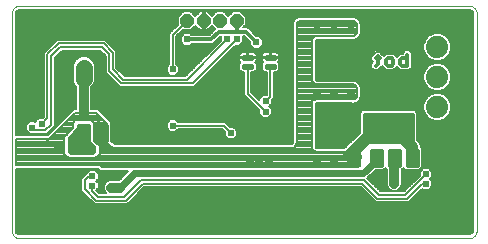
<source format=gbl>
G75*
%MOIN*%
%OFA0B0*%
%FSLAX24Y24*%
%IPPOS*%
%LPD*%
%AMOC8*
5,1,8,0,0,1.08239X$1,22.5*
%
%ADD10C,0.0130*%
%ADD11C,0.0000*%
%ADD12C,0.0740*%
%ADD13OC8,0.0440*%
%ADD14C,0.0101*%
%ADD15C,0.0100*%
%ADD16C,0.0060*%
%ADD17C,0.0277*%
%ADD18C,0.0240*%
%ADD19C,0.0080*%
%ADD20C,0.0356*%
%ADD21C,0.0320*%
%ADD22C,0.0560*%
%ADD23C,0.0400*%
%ADD24C,0.0120*%
%ADD25C,0.0240*%
D10*
X012316Y005990D02*
X012377Y006052D01*
X012377Y006299D01*
X012316Y006237D02*
X012439Y006237D01*
X012653Y006175D02*
X012653Y006052D01*
X012714Y005990D01*
X012838Y005990D01*
X012900Y006052D01*
X012900Y006175D01*
X012838Y006237D01*
X012714Y006237D01*
X012653Y006175D01*
X013113Y006175D02*
X013113Y006052D01*
X013175Y005990D01*
X013360Y005990D01*
X013360Y006360D01*
X013360Y006237D02*
X013175Y006237D01*
X013113Y006175D01*
D11*
X015425Y000238D02*
X000425Y000238D01*
X000395Y000240D01*
X000365Y000245D01*
X000336Y000254D01*
X000309Y000267D01*
X000283Y000282D01*
X000259Y000301D01*
X000238Y000322D01*
X000219Y000346D01*
X000204Y000372D01*
X000191Y000399D01*
X000182Y000428D01*
X000177Y000458D01*
X000175Y000488D01*
X000175Y007738D01*
X000177Y007768D01*
X000182Y007798D01*
X000191Y007827D01*
X000204Y007854D01*
X000219Y007880D01*
X000238Y007904D01*
X000259Y007925D01*
X000283Y007944D01*
X000309Y007959D01*
X000336Y007972D01*
X000365Y007981D01*
X000395Y007986D01*
X000425Y007988D01*
X015425Y007988D01*
X015455Y007986D01*
X015485Y007981D01*
X015514Y007972D01*
X015541Y007959D01*
X015567Y007944D01*
X015591Y007925D01*
X015612Y007904D01*
X015631Y007880D01*
X015646Y007854D01*
X015659Y007827D01*
X015668Y007798D01*
X015673Y007768D01*
X015675Y007738D01*
X015675Y000488D01*
X015673Y000458D01*
X015668Y000428D01*
X015659Y000399D01*
X015646Y000372D01*
X015631Y000346D01*
X015612Y000322D01*
X015591Y000301D01*
X015567Y000282D01*
X015541Y000267D01*
X015514Y000254D01*
X015485Y000245D01*
X015455Y000240D01*
X015425Y000238D01*
D12*
X014363Y004613D03*
X014363Y005613D03*
X014363Y006613D03*
D13*
X007675Y007488D03*
X007125Y007488D03*
X006575Y007488D03*
X006025Y007488D03*
D14*
X003343Y004003D02*
X002983Y004003D01*
X003343Y004003D02*
X003343Y003473D01*
X002983Y003473D01*
X002983Y004003D01*
X002983Y003573D02*
X003343Y003573D01*
X003343Y003673D02*
X002983Y003673D01*
X002983Y003773D02*
X003343Y003773D01*
X003343Y003873D02*
X002983Y003873D01*
X002983Y003973D02*
X003343Y003973D01*
X002743Y004003D02*
X002383Y004003D01*
X002743Y004003D02*
X002743Y003473D01*
X002383Y003473D01*
X002383Y004003D01*
X002383Y003573D02*
X002743Y003573D01*
X002743Y003673D02*
X002383Y003673D01*
X002383Y003773D02*
X002743Y003773D01*
X002743Y003873D02*
X002383Y003873D01*
X002383Y003973D02*
X002743Y003973D01*
X012145Y002660D02*
X012505Y002660D01*
X012145Y002660D02*
X012145Y003190D01*
X012505Y003190D01*
X012505Y002660D01*
X012505Y002760D02*
X012145Y002760D01*
X012145Y002860D02*
X012505Y002860D01*
X012505Y002960D02*
X012145Y002960D01*
X012145Y003060D02*
X012505Y003060D01*
X012505Y003160D02*
X012145Y003160D01*
X012745Y002660D02*
X013105Y002660D01*
X012745Y002660D02*
X012745Y003190D01*
X013105Y003190D01*
X013105Y002660D01*
X013105Y002760D02*
X012745Y002760D01*
X012745Y002860D02*
X013105Y002860D01*
X013105Y002960D02*
X012745Y002960D01*
X012745Y003060D02*
X013105Y003060D01*
X013105Y003160D02*
X012745Y003160D01*
X013345Y002660D02*
X013705Y002660D01*
X013345Y002660D02*
X013345Y003190D01*
X013705Y003190D01*
X013705Y002660D01*
X013705Y002760D02*
X013345Y002760D01*
X013345Y002860D02*
X013705Y002860D01*
X013705Y002960D02*
X013345Y002960D01*
X013345Y003060D02*
X013705Y003060D01*
X013705Y003160D02*
X013345Y003160D01*
D15*
X013550Y003456D02*
X011925Y003456D01*
X011925Y004363D01*
X013550Y004363D01*
X013550Y003456D01*
X013550Y003488D02*
X011925Y003488D01*
X011925Y003587D02*
X013550Y003587D01*
X013550Y003685D02*
X011925Y003685D01*
X011925Y003784D02*
X013550Y003784D01*
X013550Y003882D02*
X011925Y003882D01*
X011925Y003981D02*
X013550Y003981D01*
X013550Y004079D02*
X011925Y004079D01*
X011925Y004178D02*
X013550Y004178D01*
X013550Y004276D02*
X011925Y004276D01*
X008950Y005913D02*
X008950Y006013D01*
X008950Y005913D02*
X008650Y005913D01*
X008650Y006013D01*
X008950Y006013D01*
X008950Y006012D02*
X008650Y006012D01*
X008950Y006213D02*
X008950Y006313D01*
X008950Y006213D02*
X008650Y006213D01*
X008650Y006313D01*
X008950Y006313D01*
X008950Y006312D02*
X008650Y006312D01*
X008200Y006313D02*
X008200Y006213D01*
X007900Y006213D01*
X007900Y006313D01*
X008200Y006313D01*
X008200Y006312D02*
X007900Y006312D01*
X008200Y006013D02*
X008200Y005913D01*
X007900Y005913D01*
X007900Y006013D01*
X008200Y006013D01*
X008200Y006012D02*
X007900Y006012D01*
D16*
X007802Y006113D02*
X007760Y006070D01*
X007760Y005855D01*
X007842Y005773D01*
X007930Y005773D01*
X007930Y005000D01*
X008000Y004930D01*
X008434Y004497D01*
X008434Y004369D01*
X008557Y004246D01*
X008731Y004246D01*
X008854Y004369D01*
X008854Y004543D01*
X008769Y004628D01*
X008854Y004713D01*
X008854Y004840D01*
X008920Y004907D01*
X008920Y005773D01*
X009008Y005773D01*
X009090Y005855D01*
X009090Y006070D01*
X009048Y006113D01*
X009062Y006127D01*
X009080Y006158D01*
X009090Y006194D01*
X009090Y006242D01*
X008820Y006242D01*
X008820Y006283D01*
X008780Y006283D01*
X008780Y006452D01*
X008632Y006452D01*
X008596Y006443D01*
X008564Y006425D01*
X008538Y006398D01*
X008520Y006367D01*
X008510Y006331D01*
X008510Y006283D01*
X008780Y006283D01*
X008780Y006242D01*
X008510Y006242D01*
X008510Y006194D01*
X008520Y006158D01*
X008538Y006127D01*
X008552Y006113D01*
X008510Y006070D01*
X008510Y005855D01*
X008592Y005773D01*
X008680Y005773D01*
X008680Y005010D01*
X008557Y005010D01*
X008434Y004887D01*
X008434Y004836D01*
X008170Y005100D01*
X008170Y005773D01*
X008258Y005773D01*
X008340Y005855D01*
X008340Y006070D01*
X008298Y006113D01*
X008312Y006127D01*
X008330Y006158D01*
X008340Y006194D01*
X008340Y006242D01*
X008070Y006242D01*
X008070Y006283D01*
X008030Y006283D01*
X008030Y006452D01*
X007882Y006452D01*
X007846Y006443D01*
X007814Y006425D01*
X007788Y006398D01*
X007770Y006367D01*
X007760Y006331D01*
X007760Y006283D01*
X008030Y006283D01*
X008030Y006242D01*
X007760Y006242D01*
X007760Y006194D01*
X007770Y006158D01*
X007788Y006127D01*
X007802Y006113D01*
X007777Y006088D02*
X007070Y006088D01*
X007128Y006146D02*
X007777Y006146D01*
X007760Y006205D02*
X007187Y006205D01*
X007245Y006263D02*
X008030Y006263D01*
X008070Y006263D02*
X008780Y006263D01*
X008820Y006263D02*
X009545Y006263D01*
X009545Y006205D02*
X009090Y006205D01*
X009073Y006146D02*
X009545Y006146D01*
X009545Y006088D02*
X009073Y006088D01*
X009090Y006029D02*
X009545Y006029D01*
X009545Y005971D02*
X009090Y005971D01*
X009090Y005912D02*
X009545Y005912D01*
X009545Y005854D02*
X009089Y005854D01*
X009031Y005795D02*
X009545Y005795D01*
X009545Y005737D02*
X008920Y005737D01*
X008920Y005678D02*
X009545Y005678D01*
X009545Y005620D02*
X008920Y005620D01*
X008920Y005561D02*
X009545Y005561D01*
X009545Y005503D02*
X008920Y005503D01*
X008920Y005444D02*
X009545Y005444D01*
X009545Y005386D02*
X008920Y005386D01*
X008920Y005327D02*
X009545Y005327D01*
X009545Y005269D02*
X008920Y005269D01*
X008920Y005210D02*
X009545Y005210D01*
X009545Y005152D02*
X008920Y005152D01*
X008920Y005093D02*
X009545Y005093D01*
X009545Y005035D02*
X008920Y005035D01*
X008920Y004976D02*
X009545Y004976D01*
X009545Y004918D02*
X008920Y004918D01*
X008872Y004859D02*
X009545Y004859D01*
X009545Y004801D02*
X008854Y004801D01*
X008854Y004742D02*
X009545Y004742D01*
X009545Y004684D02*
X008824Y004684D01*
X008772Y004625D02*
X009545Y004625D01*
X009545Y004567D02*
X008830Y004567D01*
X008854Y004508D02*
X009545Y004508D01*
X009545Y004450D02*
X008854Y004450D01*
X008854Y004391D02*
X009545Y004391D01*
X009545Y004333D02*
X008817Y004333D01*
X008759Y004274D02*
X009545Y004274D01*
X009545Y004216D02*
X003381Y004216D01*
X003416Y004180D02*
X003117Y004479D01*
X003041Y004555D01*
X002831Y004555D01*
X002831Y005277D01*
X002895Y005340D01*
X002951Y005476D01*
X002951Y005999D01*
X002895Y006135D01*
X002791Y006239D01*
X002655Y006295D01*
X002508Y006295D01*
X002372Y006239D01*
X002268Y006135D01*
X002211Y005999D01*
X002211Y005476D01*
X002268Y005340D01*
X002331Y005277D01*
X002331Y004555D01*
X002246Y004555D01*
X001371Y003680D01*
X000305Y003680D01*
X000305Y007737D01*
X000309Y007769D01*
X000340Y007822D01*
X000394Y007853D01*
X000425Y007858D01*
X015425Y007858D01*
X015456Y007853D01*
X015510Y007822D01*
X015541Y007769D01*
X015545Y007738D01*
X015545Y000487D01*
X015541Y000456D01*
X015510Y000403D01*
X015456Y000372D01*
X015425Y000367D01*
X000425Y000367D01*
X000394Y000372D01*
X000340Y000403D01*
X000309Y000456D01*
X000305Y000488D01*
X000305Y002545D01*
X003059Y002545D01*
X003121Y002483D01*
X004061Y002483D01*
X003753Y002175D01*
X003438Y002175D01*
X003346Y002137D01*
X003276Y002067D01*
X003238Y001975D01*
X003238Y001875D01*
X003276Y001783D01*
X003326Y001732D01*
X003100Y001732D01*
X003002Y001830D01*
X003072Y001901D01*
X003072Y002074D01*
X003003Y002144D01*
X003072Y002213D01*
X003072Y002387D01*
X002949Y002510D01*
X002776Y002510D01*
X002653Y002387D01*
X002653Y002385D01*
X002618Y002350D01*
X002493Y002225D01*
X002493Y001813D01*
X002563Y001743D01*
X002938Y001368D01*
X004037Y001368D01*
X004107Y001438D01*
X004600Y001930D01*
X011813Y001930D01*
X012243Y001500D01*
X012313Y001430D01*
X013412Y001430D01*
X013861Y001879D01*
X013901Y001840D01*
X014074Y001840D01*
X014197Y001963D01*
X014197Y002137D01*
X014128Y002206D01*
X014197Y002276D01*
X014197Y002449D01*
X014074Y002572D01*
X013901Y002572D01*
X013778Y002449D01*
X013778Y002322D01*
X013250Y001795D01*
X012475Y001795D01*
X012045Y002225D01*
X012033Y002236D01*
X012317Y002520D01*
X012563Y002520D01*
X012625Y002582D01*
X012675Y002532D01*
X012675Y002000D01*
X012713Y001908D01*
X012783Y001838D01*
X012875Y001800D01*
X012975Y001800D01*
X013067Y001838D01*
X013137Y001908D01*
X013175Y002000D01*
X013175Y002532D01*
X013225Y002582D01*
X013287Y002520D01*
X013763Y002520D01*
X013845Y002602D01*
X013845Y003248D01*
X013815Y003278D01*
X013815Y003320D01*
X013771Y003427D01*
X013690Y003508D01*
X013690Y004420D01*
X013608Y004502D01*
X011867Y004502D01*
X011785Y004420D01*
X011785Y003758D01*
X011270Y003242D01*
X010370Y003242D01*
X010350Y003245D01*
X010338Y003249D01*
X010327Y003256D01*
X010318Y003265D01*
X010311Y003275D01*
X010307Y003287D01*
X010305Y003307D01*
X010305Y004730D01*
X010305Y004732D01*
X010307Y004733D01*
X011505Y004733D01*
X011511Y004727D01*
X011555Y004732D01*
X011570Y004725D01*
X011591Y004733D01*
X011604Y004733D01*
X011610Y004738D01*
X011615Y004739D01*
X011628Y004736D01*
X011636Y004741D01*
X011646Y004742D01*
X011654Y004753D01*
X011661Y004757D01*
X011669Y004760D01*
X011682Y004760D01*
X011689Y004767D01*
X011698Y004770D01*
X011704Y004782D01*
X011710Y004787D01*
X011717Y004792D01*
X011729Y004795D01*
X011734Y004803D01*
X011743Y004808D01*
X011746Y004821D01*
X011750Y004828D01*
X011756Y004834D01*
X011768Y004839D01*
X011771Y004849D01*
X011778Y004856D01*
X011778Y004869D01*
X011780Y004876D01*
X011785Y004884D01*
X011795Y004892D01*
X011796Y004901D01*
X011801Y004910D01*
X011798Y004922D01*
X011799Y004928D01*
X011805Y004934D01*
X011805Y004947D01*
X011812Y004968D01*
X011805Y004982D01*
X011810Y005026D01*
X011805Y005033D01*
X011805Y005192D01*
X011810Y005199D01*
X011805Y005243D01*
X011812Y005257D01*
X011805Y005278D01*
X011805Y005291D01*
X011799Y005297D01*
X011798Y005303D01*
X011801Y005315D01*
X011796Y005324D01*
X011795Y005333D01*
X011785Y005341D01*
X011780Y005348D01*
X011778Y005356D01*
X011778Y005369D01*
X011771Y005376D01*
X011768Y005385D01*
X011756Y005391D01*
X011750Y005397D01*
X011746Y005404D01*
X011743Y005417D01*
X011734Y005422D01*
X011729Y005430D01*
X011717Y005433D01*
X011710Y005438D01*
X011704Y005443D01*
X011698Y005455D01*
X011689Y005458D01*
X011682Y005465D01*
X011669Y005465D01*
X011661Y005468D01*
X011654Y005472D01*
X011646Y005483D01*
X011636Y005484D01*
X011628Y005489D01*
X011615Y005486D01*
X011610Y005487D01*
X011604Y005492D01*
X011591Y005492D01*
X011570Y005500D01*
X011555Y005493D01*
X011511Y005498D01*
X011505Y005492D01*
X010370Y005492D01*
X010350Y005495D01*
X010338Y005499D01*
X010327Y005506D01*
X010318Y005515D01*
X010311Y005525D01*
X010307Y005537D01*
X010305Y005557D01*
X010305Y006793D01*
X010307Y006813D01*
X010311Y006825D01*
X010318Y006835D01*
X010327Y006844D01*
X010338Y006851D01*
X010350Y006855D01*
X010370Y006858D01*
X011505Y006858D01*
X011511Y006852D01*
X011555Y006857D01*
X011570Y006850D01*
X011591Y006858D01*
X011604Y006858D01*
X011610Y006863D01*
X011615Y006864D01*
X011628Y006861D01*
X011636Y006866D01*
X011646Y006867D01*
X011654Y006878D01*
X011661Y006882D01*
X011669Y006885D01*
X011682Y006885D01*
X011689Y006892D01*
X011698Y006895D01*
X011704Y006907D01*
X011710Y006912D01*
X011717Y006917D01*
X011729Y006920D01*
X011734Y006928D01*
X011743Y006933D01*
X011746Y006946D01*
X011750Y006953D01*
X011756Y006959D01*
X011768Y006964D01*
X011771Y006974D01*
X011778Y006981D01*
X011778Y006994D01*
X011780Y007002D01*
X011785Y007009D01*
X011795Y007017D01*
X011796Y007026D01*
X011801Y007035D01*
X011798Y007047D01*
X011799Y007053D01*
X011805Y007059D01*
X011805Y007072D01*
X011812Y007093D01*
X011805Y007107D01*
X011810Y007151D01*
X011805Y007158D01*
X011805Y007317D01*
X011810Y007324D01*
X011805Y007368D01*
X011812Y007382D01*
X011805Y007403D01*
X011805Y007416D01*
X011799Y007422D01*
X011798Y007428D01*
X011801Y007440D01*
X011796Y007449D01*
X011795Y007458D01*
X011785Y007466D01*
X011780Y007473D01*
X011778Y007481D01*
X011778Y007494D01*
X011771Y007501D01*
X011768Y007510D01*
X011756Y007516D01*
X011750Y007522D01*
X011746Y007529D01*
X011743Y007542D01*
X011734Y007547D01*
X011729Y007555D01*
X011717Y007558D01*
X011710Y007563D01*
X011704Y007568D01*
X011698Y007580D01*
X011689Y007583D01*
X011682Y007590D01*
X011669Y007590D01*
X011661Y007593D01*
X011654Y007597D01*
X011646Y007608D01*
X011636Y007609D01*
X011628Y007614D01*
X011615Y007611D01*
X011610Y007612D01*
X011604Y007617D01*
X011591Y007617D01*
X011570Y007625D01*
X011555Y007618D01*
X011511Y007623D01*
X011505Y007617D01*
X009845Y007617D01*
X009839Y007623D01*
X009795Y007618D01*
X009780Y007625D01*
X009759Y007617D01*
X009746Y007617D01*
X009740Y007612D01*
X009735Y007611D01*
X009722Y007614D01*
X009714Y007609D01*
X009704Y007608D01*
X009696Y007597D01*
X009689Y007593D01*
X009681Y007590D01*
X009668Y007590D01*
X009661Y007583D01*
X009652Y007580D01*
X009646Y007568D01*
X009640Y007563D01*
X009633Y007558D01*
X009621Y007555D01*
X009616Y007547D01*
X009607Y007542D01*
X009604Y007529D01*
X009600Y007522D01*
X009594Y007516D01*
X009582Y007510D01*
X009579Y007501D01*
X009572Y007494D01*
X009572Y007481D01*
X009570Y007473D01*
X009565Y007466D01*
X009555Y007458D01*
X009554Y007449D01*
X009549Y007440D01*
X009552Y007428D01*
X009551Y007422D01*
X009545Y007416D01*
X009545Y007403D01*
X009538Y007382D01*
X009545Y007368D01*
X009540Y007324D01*
X009545Y007317D01*
X009545Y003432D01*
X009543Y003412D01*
X009539Y003400D01*
X009532Y003390D01*
X009523Y003381D01*
X009512Y003374D01*
X009500Y003370D01*
X009480Y003367D01*
X003604Y003367D01*
X003492Y003479D01*
X003492Y004104D01*
X003416Y004180D01*
X003416Y004180D01*
X003439Y004157D02*
X005423Y004157D01*
X005463Y004197D02*
X005340Y004074D01*
X005340Y003901D01*
X005463Y003778D01*
X005637Y003778D01*
X005727Y003868D01*
X007188Y003868D01*
X007278Y003778D01*
X007278Y003651D01*
X007401Y003528D01*
X007574Y003528D01*
X007697Y003651D01*
X007697Y003824D01*
X007574Y003947D01*
X007447Y003947D01*
X007357Y004037D01*
X007287Y004107D01*
X005727Y004107D01*
X005637Y004197D01*
X005463Y004197D01*
X005364Y004099D02*
X003492Y004099D01*
X003492Y004040D02*
X005340Y004040D01*
X005340Y003982D02*
X003492Y003982D01*
X003492Y003923D02*
X005340Y003923D01*
X005376Y003865D02*
X003492Y003865D01*
X003492Y003806D02*
X005434Y003806D01*
X005665Y003806D02*
X007249Y003806D01*
X007278Y003748D02*
X003492Y003748D01*
X003492Y003689D02*
X007278Y003689D01*
X007298Y003631D02*
X003492Y003631D01*
X003492Y003572D02*
X007356Y003572D01*
X007488Y003738D02*
X007238Y003988D01*
X005550Y003988D01*
X005677Y004157D02*
X009545Y004157D01*
X009545Y004099D02*
X007296Y004099D01*
X007355Y004040D02*
X009545Y004040D01*
X009545Y003982D02*
X007413Y003982D01*
X007599Y003923D02*
X009545Y003923D01*
X009545Y003865D02*
X007657Y003865D01*
X007697Y003806D02*
X009545Y003806D01*
X009545Y003748D02*
X007697Y003748D01*
X007697Y003689D02*
X009545Y003689D01*
X009545Y003631D02*
X007677Y003631D01*
X007619Y003572D02*
X009545Y003572D01*
X009545Y003514D02*
X003492Y003514D01*
X003516Y003455D02*
X009545Y003455D01*
X009536Y003397D02*
X003575Y003397D01*
X002956Y003269D02*
X002956Y003113D01*
X002894Y003050D01*
X002144Y003050D01*
X002081Y003113D01*
X002081Y003581D01*
X002363Y003863D01*
X002956Y003269D01*
X002945Y003280D02*
X002081Y003280D01*
X002081Y003338D02*
X002887Y003338D01*
X002828Y003397D02*
X002081Y003397D01*
X002081Y003455D02*
X002770Y003455D01*
X002711Y003514D02*
X002081Y003514D01*
X002081Y003572D02*
X002653Y003572D01*
X002594Y003631D02*
X002131Y003631D01*
X002189Y003689D02*
X002536Y003689D01*
X002563Y003738D02*
X002625Y003225D01*
X002206Y003175D01*
X002081Y003163D02*
X002956Y003163D01*
X002956Y003221D02*
X002081Y003221D01*
X002090Y003104D02*
X002948Y003104D01*
X003085Y002519D02*
X000305Y002519D01*
X000305Y002461D02*
X002726Y002461D01*
X002668Y002402D02*
X000305Y002402D01*
X000305Y002344D02*
X002611Y002344D01*
X002553Y002285D02*
X000305Y002285D01*
X000305Y002227D02*
X002494Y002227D01*
X002493Y002168D02*
X000305Y002168D01*
X000305Y002110D02*
X002493Y002110D01*
X002493Y002051D02*
X000305Y002051D01*
X000305Y001993D02*
X002493Y001993D01*
X002493Y001934D02*
X000305Y001934D01*
X000305Y001876D02*
X002493Y001876D01*
X002493Y001817D02*
X000305Y001817D01*
X000305Y001759D02*
X002547Y001759D01*
X002605Y001700D02*
X000305Y001700D01*
X000305Y001642D02*
X002664Y001642D01*
X002722Y001583D02*
X000305Y001583D01*
X000305Y001525D02*
X002781Y001525D01*
X002839Y001466D02*
X000305Y001466D01*
X000305Y001408D02*
X002898Y001408D01*
X002988Y001488D02*
X002613Y001863D01*
X002613Y002175D01*
X002738Y002300D01*
X002863Y002300D01*
X003072Y002285D02*
X003863Y002285D01*
X003805Y002227D02*
X003072Y002227D01*
X003027Y002168D02*
X003421Y002168D01*
X003318Y002110D02*
X003037Y002110D01*
X003072Y002051D02*
X003269Y002051D01*
X003245Y001993D02*
X003072Y001993D01*
X003072Y001934D02*
X003238Y001934D01*
X003238Y001876D02*
X003047Y001876D01*
X003015Y001817D02*
X003262Y001817D01*
X003300Y001759D02*
X003074Y001759D01*
X003050Y001613D02*
X002863Y001800D01*
X002863Y001988D01*
X003072Y002344D02*
X003922Y002344D01*
X003980Y002402D02*
X003057Y002402D01*
X002999Y002461D02*
X004039Y002461D01*
X004488Y002175D02*
X003925Y001613D01*
X003050Y001613D01*
X002988Y001488D02*
X003988Y001488D01*
X004550Y002050D01*
X011863Y002050D01*
X012363Y001550D01*
X013363Y001550D01*
X013863Y002050D01*
X013988Y002050D01*
X014197Y002051D02*
X015545Y002051D01*
X015545Y001993D02*
X014197Y001993D01*
X014168Y001934D02*
X015545Y001934D01*
X015545Y001876D02*
X014110Y001876D01*
X013865Y001876D02*
X013858Y001876D01*
X013799Y001817D02*
X015545Y001817D01*
X015545Y001759D02*
X013741Y001759D01*
X013682Y001700D02*
X015545Y001700D01*
X015545Y001642D02*
X013624Y001642D01*
X013565Y001583D02*
X015545Y001583D01*
X015545Y001525D02*
X013507Y001525D01*
X013448Y001466D02*
X015545Y001466D01*
X015545Y001408D02*
X004077Y001408D01*
X004136Y001466D02*
X012277Y001466D01*
X012218Y001525D02*
X004194Y001525D01*
X004253Y001583D02*
X012160Y001583D01*
X012101Y001642D02*
X004311Y001642D01*
X004370Y001700D02*
X012043Y001700D01*
X011984Y001759D02*
X004428Y001759D01*
X004487Y001817D02*
X011926Y001817D01*
X011867Y001876D02*
X004545Y001876D01*
X004488Y002175D02*
X011925Y002175D01*
X012425Y001675D01*
X013300Y001675D01*
X013988Y002363D01*
X014197Y002344D02*
X015545Y002344D01*
X015545Y002402D02*
X014197Y002402D01*
X014186Y002461D02*
X015545Y002461D01*
X015545Y002519D02*
X014128Y002519D01*
X013847Y002519D02*
X013175Y002519D01*
X013175Y002461D02*
X013789Y002461D01*
X013778Y002402D02*
X013175Y002402D01*
X013175Y002344D02*
X013778Y002344D01*
X013740Y002285D02*
X013175Y002285D01*
X013175Y002227D02*
X013682Y002227D01*
X013623Y002168D02*
X013175Y002168D01*
X013175Y002110D02*
X013565Y002110D01*
X013506Y002051D02*
X013175Y002051D01*
X013172Y001993D02*
X013448Y001993D01*
X013389Y001934D02*
X013148Y001934D01*
X013104Y001876D02*
X013331Y001876D01*
X013272Y001817D02*
X013016Y001817D01*
X012834Y001817D02*
X012453Y001817D01*
X012394Y001876D02*
X012746Y001876D01*
X012702Y001934D02*
X012336Y001934D01*
X012277Y001993D02*
X012678Y001993D01*
X012675Y002051D02*
X012219Y002051D01*
X012160Y002110D02*
X012675Y002110D01*
X012675Y002168D02*
X012102Y002168D01*
X012045Y002225D02*
X012045Y002225D01*
X012043Y002227D02*
X012675Y002227D01*
X012675Y002285D02*
X012082Y002285D01*
X012140Y002344D02*
X012675Y002344D01*
X012675Y002402D02*
X012199Y002402D01*
X012257Y002461D02*
X012675Y002461D01*
X012675Y002519D02*
X012316Y002519D01*
X012620Y002578D02*
X012630Y002578D01*
X013220Y002578D02*
X013230Y002578D01*
X013820Y002578D02*
X015545Y002578D01*
X015545Y002636D02*
X013845Y002636D01*
X013845Y002695D02*
X015545Y002695D01*
X015545Y002753D02*
X013845Y002753D01*
X013845Y002812D02*
X015545Y002812D01*
X015545Y002870D02*
X013845Y002870D01*
X013845Y002929D02*
X015545Y002929D01*
X015545Y002987D02*
X013845Y002987D01*
X013845Y003046D02*
X015545Y003046D01*
X015545Y003104D02*
X013845Y003104D01*
X013845Y003163D02*
X015545Y003163D01*
X015545Y003221D02*
X013845Y003221D01*
X013815Y003280D02*
X015545Y003280D01*
X015545Y003338D02*
X013808Y003338D01*
X013783Y003397D02*
X015545Y003397D01*
X015545Y003455D02*
X013743Y003455D01*
X013690Y003514D02*
X015545Y003514D01*
X015545Y003572D02*
X013690Y003572D01*
X013690Y003631D02*
X015545Y003631D01*
X015545Y003689D02*
X013690Y003689D01*
X013690Y003748D02*
X015545Y003748D01*
X015545Y003806D02*
X013690Y003806D01*
X013690Y003865D02*
X015545Y003865D01*
X015545Y003923D02*
X013690Y003923D01*
X013690Y003982D02*
X015545Y003982D01*
X015545Y004040D02*
X013690Y004040D01*
X013690Y004099D02*
X015545Y004099D01*
X015545Y004157D02*
X014465Y004157D01*
X014454Y004153D02*
X014623Y004223D01*
X014752Y004352D01*
X014822Y004521D01*
X014822Y004704D01*
X014752Y004873D01*
X014623Y005002D01*
X014454Y005072D01*
X014271Y005072D01*
X014102Y005002D01*
X013973Y004873D01*
X013903Y004704D01*
X013903Y004521D01*
X013973Y004352D01*
X014102Y004223D01*
X014271Y004153D01*
X014454Y004153D01*
X014606Y004216D02*
X015545Y004216D01*
X015545Y004274D02*
X014675Y004274D01*
X014733Y004333D02*
X015545Y004333D01*
X015545Y004391D02*
X014769Y004391D01*
X014793Y004450D02*
X015545Y004450D01*
X015545Y004508D02*
X014817Y004508D01*
X014822Y004567D02*
X015545Y004567D01*
X015545Y004625D02*
X014822Y004625D01*
X014822Y004684D02*
X015545Y004684D01*
X015545Y004742D02*
X014807Y004742D01*
X014783Y004801D02*
X015545Y004801D01*
X015545Y004859D02*
X014758Y004859D01*
X014708Y004918D02*
X015545Y004918D01*
X015545Y004976D02*
X014650Y004976D01*
X014546Y005035D02*
X015545Y005035D01*
X015545Y005093D02*
X011805Y005093D01*
X011805Y005035D02*
X014179Y005035D01*
X014075Y004976D02*
X011808Y004976D01*
X011800Y004918D02*
X014017Y004918D01*
X013967Y004859D02*
X011778Y004859D01*
X011733Y004801D02*
X013942Y004801D01*
X013918Y004742D02*
X011642Y004742D01*
X011814Y004450D02*
X010305Y004450D01*
X010305Y004508D02*
X013908Y004508D01*
X013903Y004567D02*
X010305Y004567D01*
X010305Y004625D02*
X013903Y004625D01*
X013903Y004684D02*
X010305Y004684D01*
X010305Y004391D02*
X011785Y004391D01*
X011785Y004333D02*
X010305Y004333D01*
X010305Y004274D02*
X011785Y004274D01*
X011785Y004216D02*
X010305Y004216D01*
X010305Y004157D02*
X011785Y004157D01*
X011785Y004099D02*
X010305Y004099D01*
X010305Y004040D02*
X011785Y004040D01*
X011785Y003982D02*
X010305Y003982D01*
X010305Y003923D02*
X011785Y003923D01*
X011785Y003865D02*
X010305Y003865D01*
X010305Y003806D02*
X011785Y003806D01*
X011775Y003748D02*
X010305Y003748D01*
X010305Y003689D02*
X011716Y003689D01*
X011658Y003631D02*
X010305Y003631D01*
X010305Y003572D02*
X011599Y003572D01*
X011541Y003514D02*
X010305Y003514D01*
X010305Y003455D02*
X011482Y003455D01*
X011424Y003397D02*
X010305Y003397D01*
X010305Y003338D02*
X011365Y003338D01*
X011307Y003280D02*
X010310Y003280D01*
X011488Y002831D02*
X011675Y002956D01*
X013690Y004157D02*
X014260Y004157D01*
X014119Y004216D02*
X013690Y004216D01*
X013690Y004274D02*
X014050Y004274D01*
X013992Y004333D02*
X013690Y004333D01*
X013690Y004391D02*
X013956Y004391D01*
X013932Y004450D02*
X013661Y004450D01*
X014102Y005223D02*
X014271Y005153D01*
X014454Y005153D01*
X014623Y005223D01*
X014752Y005352D01*
X014822Y005521D01*
X014822Y005704D01*
X014752Y005873D01*
X014623Y006002D01*
X014454Y006072D01*
X014271Y006072D01*
X014102Y006002D01*
X013973Y005873D01*
X013903Y005704D01*
X013903Y005521D01*
X013973Y005352D01*
X014102Y005223D01*
X014132Y005210D02*
X011809Y005210D01*
X011808Y005269D02*
X014056Y005269D01*
X013997Y005327D02*
X011796Y005327D01*
X011767Y005386D02*
X013959Y005386D01*
X013934Y005444D02*
X011703Y005444D01*
X011805Y005152D02*
X015545Y005152D01*
X015545Y005210D02*
X014593Y005210D01*
X014669Y005269D02*
X015545Y005269D01*
X015545Y005327D02*
X014728Y005327D01*
X014766Y005386D02*
X015545Y005386D01*
X015545Y005444D02*
X014791Y005444D01*
X014815Y005503D02*
X015545Y005503D01*
X015545Y005561D02*
X014822Y005561D01*
X014822Y005620D02*
X015545Y005620D01*
X015545Y005678D02*
X014822Y005678D01*
X014809Y005737D02*
X015545Y005737D01*
X015545Y005795D02*
X014785Y005795D01*
X014761Y005854D02*
X015545Y005854D01*
X015545Y005912D02*
X014714Y005912D01*
X014655Y005971D02*
X015545Y005971D01*
X015545Y006029D02*
X014559Y006029D01*
X014454Y006153D02*
X014623Y006223D01*
X014752Y006352D01*
X014822Y006521D01*
X014822Y006704D01*
X014752Y006873D01*
X014623Y007002D01*
X014454Y007072D01*
X014271Y007072D01*
X014102Y007002D01*
X013973Y006873D01*
X013903Y006704D01*
X013903Y006521D01*
X013973Y006352D01*
X014102Y006223D01*
X014271Y006153D01*
X014454Y006153D01*
X014580Y006205D02*
X015545Y006205D01*
X015545Y006263D02*
X014664Y006263D01*
X014722Y006322D02*
X015545Y006322D01*
X015545Y006380D02*
X014764Y006380D01*
X014788Y006439D02*
X015545Y006439D01*
X015545Y006497D02*
X014813Y006497D01*
X014822Y006556D02*
X015545Y006556D01*
X015545Y006614D02*
X014822Y006614D01*
X014822Y006673D02*
X015545Y006673D01*
X015545Y006731D02*
X014811Y006731D01*
X014787Y006790D02*
X015545Y006790D01*
X015545Y006848D02*
X014763Y006848D01*
X014719Y006907D02*
X015545Y006907D01*
X015545Y006965D02*
X014661Y006965D01*
X014572Y007024D02*
X015545Y007024D01*
X015545Y007082D02*
X011809Y007082D01*
X011809Y007141D02*
X015545Y007141D01*
X015545Y007199D02*
X011805Y007199D01*
X011805Y007258D02*
X015545Y007258D01*
X015545Y007316D02*
X011805Y007316D01*
X011809Y007375D02*
X015545Y007375D01*
X015545Y007433D02*
X011800Y007433D01*
X011778Y007492D02*
X015545Y007492D01*
X015545Y007550D02*
X011732Y007550D01*
X011637Y007609D02*
X015545Y007609D01*
X015545Y007667D02*
X007934Y007667D01*
X007985Y007616D02*
X007803Y007797D01*
X007547Y007797D01*
X007400Y007651D01*
X007253Y007797D01*
X006997Y007797D01*
X006850Y007651D01*
X006703Y007797D01*
X006605Y007797D01*
X006605Y007518D01*
X006545Y007518D01*
X006545Y007797D01*
X006447Y007797D01*
X006300Y007651D01*
X006153Y007797D01*
X005897Y007797D01*
X005715Y007616D01*
X005715Y007359D01*
X005721Y007353D01*
X005430Y007062D01*
X005430Y006039D01*
X005340Y005949D01*
X005340Y005776D01*
X005463Y005653D01*
X005637Y005653D01*
X005760Y005776D01*
X005760Y005949D01*
X005670Y006039D01*
X005670Y006963D01*
X005891Y007183D01*
X005897Y007178D01*
X006153Y007178D01*
X006300Y007324D01*
X006447Y007178D01*
X006545Y007178D01*
X006545Y007457D01*
X006605Y007457D01*
X006605Y007178D01*
X006703Y007178D01*
X006850Y007324D01*
X006965Y007209D01*
X006931Y007175D01*
X006769Y007012D01*
X006166Y007012D01*
X006106Y007072D01*
X005932Y007072D01*
X005809Y006949D01*
X005809Y006776D01*
X005932Y006653D01*
X006106Y006653D01*
X006166Y006713D01*
X006893Y006713D01*
X007143Y006963D01*
X007166Y006963D01*
X007153Y006949D01*
X007153Y006822D01*
X005969Y005639D01*
X003943Y005639D01*
X003670Y005912D01*
X005340Y005912D01*
X005340Y005854D02*
X003729Y005854D01*
X003787Y005795D02*
X005340Y005795D01*
X005379Y005737D02*
X003846Y005737D01*
X003904Y005678D02*
X005437Y005678D01*
X005663Y005678D02*
X006008Y005678D01*
X006067Y005737D02*
X005721Y005737D01*
X005760Y005795D02*
X006125Y005795D01*
X006184Y005854D02*
X005760Y005854D01*
X005760Y005912D02*
X006242Y005912D01*
X006301Y005971D02*
X005739Y005971D01*
X005680Y006029D02*
X006359Y006029D01*
X006418Y006088D02*
X005670Y006088D01*
X005670Y006146D02*
X006476Y006146D01*
X006535Y006205D02*
X005670Y006205D01*
X005670Y006263D02*
X006593Y006263D01*
X006652Y006322D02*
X005670Y006322D01*
X005670Y006380D02*
X006710Y006380D01*
X006769Y006439D02*
X005670Y006439D01*
X005670Y006497D02*
X006827Y006497D01*
X006886Y006556D02*
X005670Y006556D01*
X005670Y006614D02*
X006944Y006614D01*
X007003Y006673D02*
X006126Y006673D01*
X005912Y006673D02*
X005670Y006673D01*
X005670Y006731D02*
X005853Y006731D01*
X005809Y006790D02*
X005670Y006790D01*
X005670Y006848D02*
X005809Y006848D01*
X005809Y006907D02*
X005670Y006907D01*
X005672Y006965D02*
X005824Y006965D01*
X005883Y007024D02*
X005731Y007024D01*
X005789Y007082D02*
X006839Y007082D01*
X006897Y007141D02*
X005848Y007141D01*
X006155Y007024D02*
X006780Y007024D01*
X006725Y007199D02*
X006956Y007199D01*
X006917Y007258D02*
X006783Y007258D01*
X006842Y007316D02*
X006858Y007316D01*
X006605Y007316D02*
X006545Y007316D01*
X006545Y007258D02*
X006605Y007258D01*
X006605Y007199D02*
X006545Y007199D01*
X006425Y007199D02*
X006175Y007199D01*
X006233Y007258D02*
X006367Y007258D01*
X006308Y007316D02*
X006292Y007316D01*
X006545Y007375D02*
X006605Y007375D01*
X006605Y007433D02*
X006545Y007433D01*
X006545Y007550D02*
X006605Y007550D01*
X006605Y007609D02*
X006545Y007609D01*
X006545Y007667D02*
X006605Y007667D01*
X006605Y007726D02*
X006545Y007726D01*
X006545Y007784D02*
X006605Y007784D01*
X006717Y007784D02*
X006983Y007784D01*
X006925Y007726D02*
X006775Y007726D01*
X006834Y007667D02*
X006866Y007667D01*
X007267Y007784D02*
X007533Y007784D01*
X007475Y007726D02*
X007325Y007726D01*
X007384Y007667D02*
X007416Y007667D01*
X007817Y007784D02*
X015532Y007784D01*
X015545Y007726D02*
X007875Y007726D01*
X007985Y007616D02*
X007985Y007359D01*
X007888Y007262D01*
X008050Y007262D01*
X008333Y006979D01*
X008418Y006979D01*
X008541Y006856D01*
X008541Y006682D01*
X008418Y006559D01*
X008244Y006559D01*
X008121Y006682D01*
X008121Y006767D01*
X007925Y006963D01*
X007872Y006963D01*
X007885Y006949D01*
X007885Y006776D01*
X007762Y006653D01*
X007635Y006653D01*
X006326Y005344D01*
X006256Y005274D01*
X003782Y005274D01*
X003375Y005680D01*
X003305Y005750D01*
X003305Y006313D01*
X003125Y006493D01*
X001850Y006493D01*
X001607Y006250D01*
X001607Y003969D01*
X001350Y003711D01*
X000907Y003711D01*
X000903Y003715D01*
X000776Y003715D01*
X000653Y003838D01*
X000653Y004012D01*
X000776Y004135D01*
X000949Y004135D01*
X000965Y004119D01*
X000965Y004137D01*
X001088Y004260D01*
X001215Y004260D01*
X001243Y004287D01*
X001243Y006412D01*
X001313Y006482D01*
X001688Y006857D01*
X003287Y006857D01*
X003357Y006787D01*
X003670Y006475D01*
X003670Y005912D01*
X003670Y005971D02*
X005361Y005971D01*
X005420Y006029D02*
X003670Y006029D01*
X003670Y006088D02*
X005430Y006088D01*
X005430Y006146D02*
X003670Y006146D01*
X003670Y006205D02*
X005430Y006205D01*
X005430Y006263D02*
X003670Y006263D01*
X003670Y006322D02*
X005430Y006322D01*
X005430Y006380D02*
X003670Y006380D01*
X003670Y006439D02*
X005430Y006439D01*
X005430Y006497D02*
X003648Y006497D01*
X003589Y006556D02*
X005430Y006556D01*
X005430Y006614D02*
X003531Y006614D01*
X003472Y006673D02*
X005430Y006673D01*
X005430Y006731D02*
X003414Y006731D01*
X003355Y006790D02*
X005430Y006790D01*
X005430Y006848D02*
X003297Y006848D01*
X003238Y006738D02*
X001738Y006738D01*
X001363Y006363D01*
X001363Y004238D01*
X001175Y004050D01*
X001044Y004216D02*
X000305Y004216D01*
X000305Y004274D02*
X001229Y004274D01*
X001243Y004333D02*
X000305Y004333D01*
X000305Y004391D02*
X001243Y004391D01*
X001243Y004450D02*
X000305Y004450D01*
X000305Y004508D02*
X001243Y004508D01*
X001243Y004567D02*
X000305Y004567D01*
X000305Y004625D02*
X001243Y004625D01*
X001243Y004684D02*
X000305Y004684D01*
X000305Y004742D02*
X001243Y004742D01*
X001243Y004801D02*
X000305Y004801D01*
X000305Y004859D02*
X001243Y004859D01*
X001243Y004918D02*
X000305Y004918D01*
X000305Y004976D02*
X001243Y004976D01*
X001243Y005035D02*
X000305Y005035D01*
X000305Y005093D02*
X001243Y005093D01*
X001243Y005152D02*
X000305Y005152D01*
X000305Y005210D02*
X001243Y005210D01*
X001243Y005269D02*
X000305Y005269D01*
X000305Y005327D02*
X001243Y005327D01*
X001243Y005386D02*
X000305Y005386D01*
X000305Y005444D02*
X001243Y005444D01*
X001243Y005503D02*
X000305Y005503D01*
X000305Y005561D02*
X001243Y005561D01*
X001243Y005620D02*
X000305Y005620D01*
X000305Y005678D02*
X001243Y005678D01*
X001243Y005737D02*
X000305Y005737D01*
X000305Y005795D02*
X001243Y005795D01*
X001243Y005854D02*
X000305Y005854D01*
X000305Y005912D02*
X001243Y005912D01*
X001243Y005971D02*
X000305Y005971D01*
X000305Y006029D02*
X001243Y006029D01*
X001243Y006088D02*
X000305Y006088D01*
X000305Y006146D02*
X001243Y006146D01*
X001243Y006205D02*
X000305Y006205D01*
X000305Y006263D02*
X001243Y006263D01*
X001243Y006322D02*
X000305Y006322D01*
X000305Y006380D02*
X001243Y006380D01*
X001269Y006439D02*
X000305Y006439D01*
X000305Y006497D02*
X001327Y006497D01*
X001386Y006556D02*
X000305Y006556D01*
X000305Y006614D02*
X001444Y006614D01*
X001503Y006673D02*
X000305Y006673D01*
X000305Y006731D02*
X001561Y006731D01*
X001620Y006790D02*
X000305Y006790D01*
X000305Y006848D02*
X001678Y006848D01*
X001800Y006613D02*
X001488Y006300D01*
X001488Y004019D01*
X001300Y003831D01*
X000956Y003831D01*
X000863Y003925D01*
X000653Y003923D02*
X000305Y003923D01*
X000305Y003865D02*
X000653Y003865D01*
X000684Y003806D02*
X000305Y003806D01*
X000305Y003748D02*
X000743Y003748D01*
X000653Y003982D02*
X000305Y003982D01*
X000305Y004040D02*
X000681Y004040D01*
X000739Y004099D02*
X000305Y004099D01*
X000305Y004157D02*
X000985Y004157D01*
X001561Y003923D02*
X001614Y003923D01*
X001607Y003982D02*
X001673Y003982D01*
X001731Y004040D02*
X001607Y004040D01*
X001607Y004099D02*
X001790Y004099D01*
X001848Y004157D02*
X001607Y004157D01*
X001607Y004216D02*
X001907Y004216D01*
X001965Y004274D02*
X001607Y004274D01*
X001607Y004333D02*
X002024Y004333D01*
X002082Y004391D02*
X001607Y004391D01*
X001607Y004450D02*
X002141Y004450D01*
X002199Y004508D02*
X001607Y004508D01*
X001607Y004567D02*
X002331Y004567D01*
X002331Y004625D02*
X001607Y004625D01*
X001607Y004684D02*
X002331Y004684D01*
X002331Y004742D02*
X001607Y004742D01*
X001607Y004801D02*
X002331Y004801D01*
X002331Y004859D02*
X001607Y004859D01*
X001607Y004918D02*
X002331Y004918D01*
X002331Y004976D02*
X001607Y004976D01*
X001607Y005035D02*
X002331Y005035D01*
X002331Y005093D02*
X001607Y005093D01*
X001607Y005152D02*
X002331Y005152D01*
X002331Y005210D02*
X001607Y005210D01*
X001607Y005269D02*
X002331Y005269D01*
X002281Y005327D02*
X001607Y005327D01*
X001607Y005386D02*
X002249Y005386D01*
X002225Y005444D02*
X001607Y005444D01*
X001607Y005503D02*
X002211Y005503D01*
X002211Y005561D02*
X001607Y005561D01*
X001607Y005620D02*
X002211Y005620D01*
X002211Y005678D02*
X001607Y005678D01*
X001607Y005737D02*
X002211Y005737D01*
X002211Y005795D02*
X001607Y005795D01*
X001607Y005854D02*
X002211Y005854D01*
X002211Y005912D02*
X001607Y005912D01*
X001607Y005971D02*
X002211Y005971D01*
X002224Y006029D02*
X001607Y006029D01*
X001607Y006088D02*
X002248Y006088D01*
X002279Y006146D02*
X001607Y006146D01*
X001607Y006205D02*
X002338Y006205D01*
X002430Y006263D02*
X001620Y006263D01*
X001679Y006322D02*
X003296Y006322D01*
X003305Y006263D02*
X002732Y006263D01*
X002825Y006205D02*
X003305Y006205D01*
X003305Y006146D02*
X002883Y006146D01*
X002914Y006088D02*
X003305Y006088D01*
X003305Y006029D02*
X002939Y006029D01*
X002951Y005971D02*
X003305Y005971D01*
X003305Y005912D02*
X002951Y005912D01*
X002951Y005854D02*
X003305Y005854D01*
X003305Y005795D02*
X002951Y005795D01*
X002951Y005737D02*
X003319Y005737D01*
X003377Y005678D02*
X002951Y005678D01*
X002951Y005620D02*
X003436Y005620D01*
X003494Y005561D02*
X002951Y005561D01*
X002951Y005503D02*
X003553Y005503D01*
X003611Y005444D02*
X002938Y005444D01*
X002914Y005386D02*
X003670Y005386D01*
X003728Y005327D02*
X002882Y005327D01*
X002831Y005269D02*
X007930Y005269D01*
X007930Y005327D02*
X006309Y005327D01*
X006368Y005386D02*
X007930Y005386D01*
X007930Y005444D02*
X006426Y005444D01*
X006485Y005503D02*
X007930Y005503D01*
X007930Y005561D02*
X006543Y005561D01*
X006602Y005620D02*
X007930Y005620D01*
X007930Y005678D02*
X006660Y005678D01*
X006719Y005737D02*
X007930Y005737D01*
X007819Y005795D02*
X006777Y005795D01*
X006836Y005854D02*
X007761Y005854D01*
X007760Y005912D02*
X006894Y005912D01*
X006953Y005971D02*
X007760Y005971D01*
X007760Y006029D02*
X007011Y006029D01*
X007304Y006322D02*
X007760Y006322D01*
X007777Y006380D02*
X007362Y006380D01*
X007421Y006439D02*
X007838Y006439D01*
X008030Y006439D02*
X008070Y006439D01*
X008070Y006452D02*
X008070Y006283D01*
X008340Y006283D01*
X008340Y006331D01*
X008330Y006367D01*
X008312Y006398D01*
X008286Y006425D01*
X008254Y006443D01*
X008218Y006452D01*
X008070Y006452D01*
X008070Y006380D02*
X008030Y006380D01*
X008030Y006322D02*
X008070Y006322D01*
X008323Y006380D02*
X008527Y006380D01*
X008510Y006322D02*
X008340Y006322D01*
X008340Y006205D02*
X008510Y006205D01*
X008527Y006146D02*
X008323Y006146D01*
X008323Y006088D02*
X008527Y006088D01*
X008510Y006029D02*
X008340Y006029D01*
X008340Y005971D02*
X008510Y005971D01*
X008510Y005912D02*
X008340Y005912D01*
X008339Y005854D02*
X008511Y005854D01*
X008569Y005795D02*
X008281Y005795D01*
X008170Y005737D02*
X008680Y005737D01*
X008680Y005678D02*
X008170Y005678D01*
X008170Y005620D02*
X008680Y005620D01*
X008680Y005561D02*
X008170Y005561D01*
X008170Y005503D02*
X008680Y005503D01*
X008680Y005444D02*
X008170Y005444D01*
X008170Y005386D02*
X008680Y005386D01*
X008680Y005327D02*
X008170Y005327D01*
X008170Y005269D02*
X008680Y005269D01*
X008680Y005210D02*
X008170Y005210D01*
X008170Y005152D02*
X008680Y005152D01*
X008680Y005093D02*
X008177Y005093D01*
X008235Y005035D02*
X008680Y005035D01*
X008800Y004956D02*
X008800Y005963D01*
X008820Y006283D02*
X009090Y006283D01*
X009090Y006331D01*
X009080Y006367D01*
X009062Y006398D01*
X009036Y006425D01*
X009004Y006443D01*
X008968Y006452D01*
X008820Y006452D01*
X008820Y006283D01*
X008820Y006322D02*
X008780Y006322D01*
X008780Y006380D02*
X008820Y006380D01*
X008820Y006439D02*
X008780Y006439D01*
X008588Y006439D02*
X008262Y006439D01*
X008189Y006614D02*
X007596Y006614D01*
X007538Y006556D02*
X009545Y006556D01*
X009545Y006614D02*
X008474Y006614D01*
X008532Y006673D02*
X009545Y006673D01*
X009545Y006731D02*
X008541Y006731D01*
X008541Y006790D02*
X009545Y006790D01*
X009545Y006848D02*
X008541Y006848D01*
X008490Y006907D02*
X009545Y006907D01*
X009545Y006965D02*
X008432Y006965D01*
X008289Y007024D02*
X009545Y007024D01*
X009545Y007082D02*
X008230Y007082D01*
X008172Y007141D02*
X009545Y007141D01*
X009545Y007199D02*
X008113Y007199D01*
X008055Y007258D02*
X009545Y007258D01*
X009545Y007316D02*
X007942Y007316D01*
X007985Y007375D02*
X009541Y007375D01*
X009550Y007433D02*
X007985Y007433D01*
X007985Y007492D02*
X009572Y007492D01*
X009618Y007550D02*
X007985Y007550D01*
X007985Y007609D02*
X009713Y007609D01*
X010333Y006848D02*
X013962Y006848D01*
X013938Y006790D02*
X010305Y006790D01*
X010305Y006731D02*
X013914Y006731D01*
X013903Y006673D02*
X010305Y006673D01*
X010305Y006614D02*
X013903Y006614D01*
X013903Y006556D02*
X010305Y006556D01*
X010305Y006497D02*
X013278Y006497D01*
X013296Y006515D02*
X013205Y006425D01*
X013205Y006392D01*
X013111Y006392D01*
X013020Y006301D01*
X013006Y006288D01*
X012993Y006301D01*
X012904Y006390D01*
X012902Y006392D01*
X012839Y006392D01*
X012774Y006392D01*
X012774Y006392D01*
X012650Y006392D01*
X012577Y006318D01*
X012503Y006392D01*
X012442Y006454D01*
X012313Y006454D01*
X012252Y006392D01*
X012252Y006392D01*
X012161Y006301D01*
X012161Y006173D01*
X012220Y006113D01*
X012161Y006054D01*
X012161Y005926D01*
X012252Y005835D01*
X012380Y005835D01*
X012442Y005897D01*
X012515Y005970D01*
X012589Y005897D01*
X012650Y005835D01*
X012715Y005835D01*
X012902Y005835D01*
X013006Y005939D01*
X013049Y005897D01*
X013111Y005835D01*
X013176Y005835D01*
X013424Y005835D01*
X013515Y005926D01*
X013515Y006301D01*
X013515Y006425D01*
X013424Y006515D01*
X013296Y006515D01*
X013219Y006439D02*
X012457Y006439D01*
X012515Y006380D02*
X012638Y006380D01*
X012580Y006322D02*
X012574Y006322D01*
X012298Y006439D02*
X010305Y006439D01*
X010305Y006380D02*
X012240Y006380D01*
X012181Y006322D02*
X010305Y006322D01*
X010305Y006263D02*
X012161Y006263D01*
X012161Y006205D02*
X010305Y006205D01*
X010305Y006146D02*
X012187Y006146D01*
X012194Y006088D02*
X010305Y006088D01*
X010305Y006029D02*
X012161Y006029D01*
X012161Y005971D02*
X010305Y005971D01*
X010305Y005912D02*
X012175Y005912D01*
X012233Y005854D02*
X010305Y005854D01*
X010305Y005795D02*
X013940Y005795D01*
X013916Y005737D02*
X010305Y005737D01*
X010305Y005678D02*
X013903Y005678D01*
X013903Y005620D02*
X010305Y005620D01*
X010305Y005561D02*
X013903Y005561D01*
X013910Y005503D02*
X010332Y005503D01*
X009545Y006322D02*
X009090Y006322D01*
X009073Y006380D02*
X009545Y006380D01*
X009545Y006439D02*
X009012Y006439D01*
X009545Y006497D02*
X007479Y006497D01*
X007782Y006673D02*
X008130Y006673D01*
X008121Y006731D02*
X007841Y006731D01*
X007885Y006790D02*
X008098Y006790D01*
X008040Y006848D02*
X007885Y006848D01*
X007885Y006907D02*
X007981Y006907D01*
X007675Y006863D02*
X006206Y005394D01*
X003831Y005394D01*
X003425Y005800D01*
X003425Y006363D01*
X003175Y006613D01*
X001800Y006613D01*
X001796Y006439D02*
X003179Y006439D01*
X003238Y006380D02*
X001737Y006380D01*
X000305Y006907D02*
X005430Y006907D01*
X005430Y006965D02*
X000305Y006965D01*
X000305Y007024D02*
X005430Y007024D01*
X005450Y007082D02*
X000305Y007082D01*
X000305Y007141D02*
X005508Y007141D01*
X005567Y007199D02*
X000305Y007199D01*
X000305Y007258D02*
X005625Y007258D01*
X005684Y007316D02*
X000305Y007316D01*
X000305Y007375D02*
X005715Y007375D01*
X005715Y007433D02*
X000305Y007433D01*
X000305Y007492D02*
X005715Y007492D01*
X005715Y007550D02*
X000305Y007550D01*
X000305Y007609D02*
X005715Y007609D01*
X005766Y007667D02*
X000305Y007667D01*
X000305Y007726D02*
X005825Y007726D01*
X005883Y007784D02*
X000318Y007784D01*
X000375Y007843D02*
X015475Y007843D01*
X014153Y007024D02*
X011796Y007024D01*
X011768Y006965D02*
X014064Y006965D01*
X014006Y006907D02*
X011704Y006907D01*
X012902Y006392D02*
X012902Y006392D01*
X012914Y006380D02*
X013099Y006380D01*
X013040Y006322D02*
X012972Y006322D01*
X012993Y006301D02*
X012993Y006301D01*
X013442Y006497D02*
X013912Y006497D01*
X013937Y006439D02*
X013501Y006439D01*
X013515Y006380D02*
X013961Y006380D01*
X014003Y006322D02*
X013515Y006322D01*
X013515Y006263D02*
X014061Y006263D01*
X014145Y006205D02*
X013515Y006205D01*
X013515Y006146D02*
X015545Y006146D01*
X015545Y006088D02*
X013515Y006088D01*
X013515Y006029D02*
X014166Y006029D01*
X014070Y005971D02*
X013515Y005971D01*
X013501Y005912D02*
X014011Y005912D01*
X013964Y005854D02*
X013443Y005854D01*
X013092Y005854D02*
X012921Y005854D01*
X012979Y005912D02*
X013034Y005912D01*
X013049Y005897D02*
X013049Y005897D01*
X012632Y005854D02*
X012399Y005854D01*
X012442Y005897D02*
X012442Y005897D01*
X012457Y005912D02*
X012573Y005912D01*
X012589Y005897D02*
X012589Y005897D01*
X008800Y004956D02*
X008644Y004800D01*
X008464Y004918D02*
X008352Y004918D01*
X008294Y004976D02*
X008523Y004976D01*
X008434Y004859D02*
X008411Y004859D01*
X008247Y004684D02*
X002831Y004684D01*
X002831Y004742D02*
X008188Y004742D01*
X008130Y004801D02*
X002831Y004801D01*
X002831Y004859D02*
X008071Y004859D01*
X008013Y004918D02*
X002831Y004918D01*
X002831Y004976D02*
X007954Y004976D01*
X007930Y005035D02*
X002831Y005035D01*
X002831Y005093D02*
X007930Y005093D01*
X007930Y005152D02*
X002831Y005152D01*
X002831Y005210D02*
X007930Y005210D01*
X008050Y005050D02*
X008050Y005963D01*
X007061Y006731D02*
X006912Y006731D01*
X006970Y006790D02*
X007120Y006790D01*
X007153Y006848D02*
X007029Y006848D01*
X007087Y006907D02*
X007153Y006907D01*
X007363Y006863D02*
X006019Y005519D01*
X003894Y005519D01*
X003550Y005863D01*
X003550Y006425D01*
X003238Y006738D01*
X005550Y007013D02*
X005550Y005863D01*
X005550Y007013D02*
X006025Y007488D01*
X006284Y007667D02*
X006316Y007667D01*
X006375Y007726D02*
X006225Y007726D01*
X006167Y007784D02*
X006433Y007784D01*
X008050Y005050D02*
X008644Y004456D01*
X008434Y004450D02*
X003147Y004450D01*
X003117Y004479D02*
X003117Y004479D01*
X003088Y004508D02*
X008422Y004508D01*
X008364Y004567D02*
X002831Y004567D01*
X002831Y004625D02*
X008305Y004625D01*
X008434Y004391D02*
X003205Y004391D01*
X003264Y004333D02*
X008470Y004333D01*
X008529Y004274D02*
X003322Y004274D01*
X003225Y004000D02*
X002863Y004300D01*
X002613Y004300D01*
X002613Y004331D01*
X002581Y004363D01*
X003225Y004000D02*
X003163Y003738D01*
X002477Y003748D02*
X002248Y003748D01*
X002306Y003806D02*
X002419Y003806D01*
X001556Y003865D02*
X001503Y003865D01*
X001497Y003806D02*
X001444Y003806D01*
X001439Y003748D02*
X001386Y003748D01*
X001380Y003689D02*
X000305Y003689D01*
X000305Y001349D02*
X015545Y001349D01*
X015545Y001291D02*
X000305Y001291D01*
X000305Y001232D02*
X015545Y001232D01*
X015545Y001174D02*
X000305Y001174D01*
X000305Y001115D02*
X015545Y001115D01*
X015545Y001057D02*
X000305Y001057D01*
X000305Y000998D02*
X015545Y000998D01*
X015545Y000940D02*
X000305Y000940D01*
X000305Y000881D02*
X015545Y000881D01*
X015545Y000823D02*
X000305Y000823D01*
X000305Y000764D02*
X015545Y000764D01*
X015545Y000706D02*
X000305Y000706D01*
X000305Y000647D02*
X015545Y000647D01*
X015545Y000589D02*
X000305Y000589D01*
X000305Y000530D02*
X015545Y000530D01*
X015543Y000472D02*
X000307Y000472D01*
X000334Y000413D02*
X015516Y000413D01*
X015545Y002110D02*
X014197Y002110D01*
X014166Y002168D02*
X015545Y002168D01*
X015545Y002227D02*
X014148Y002227D01*
X014197Y002285D02*
X015545Y002285D01*
X007191Y003865D02*
X005724Y003865D01*
D17*
X004113Y004300D03*
X003800Y004300D03*
X003488Y004300D03*
X002831Y003175D03*
X002519Y003175D03*
X002206Y003175D03*
X003488Y001925D03*
X003800Y001925D03*
X002800Y001238D03*
X002488Y001238D03*
X002175Y001238D03*
X006113Y001175D03*
X008113Y001425D03*
X008425Y001425D03*
X008738Y001425D03*
X010675Y001175D03*
X011175Y001175D03*
X010925Y001488D03*
X010675Y001800D03*
X011175Y001800D03*
X012925Y002050D03*
X012925Y002363D03*
X014019Y003050D03*
X014019Y003363D03*
X015175Y004113D03*
X015175Y004800D03*
X015175Y006425D03*
X015175Y007113D03*
X011488Y007331D03*
X010925Y007331D03*
X010363Y007331D03*
X010675Y006300D03*
X011175Y006300D03*
X010925Y005988D03*
X010675Y005675D03*
X011175Y005675D03*
X010925Y005081D03*
X011488Y005081D03*
X010363Y005081D03*
X010675Y004050D03*
X010925Y003738D03*
X011175Y004050D03*
X011175Y003425D03*
X010675Y003425D03*
X010925Y002831D03*
X011488Y002831D03*
X010363Y002831D03*
X008738Y002769D03*
X008425Y002769D03*
X008113Y002769D03*
X000738Y005550D03*
X000738Y005925D03*
X003488Y007175D03*
X003800Y007175D03*
X004113Y007175D03*
D18*
X006019Y006863D03*
X007363Y006863D03*
X007675Y006863D03*
X008331Y006769D03*
X007550Y005738D03*
X007113Y005738D03*
X007113Y005300D03*
X007550Y005300D03*
X006675Y005300D03*
X006675Y004863D03*
X007113Y004863D03*
X007550Y004863D03*
X008644Y004800D03*
X008644Y004456D03*
X008581Y003894D03*
X008269Y003894D03*
X007488Y003738D03*
X007331Y003456D03*
X005550Y003988D03*
X005550Y004456D03*
X005550Y005144D03*
X005550Y005863D03*
X009081Y005394D03*
X005425Y003488D03*
X002863Y002300D03*
X002863Y001988D03*
X000863Y003925D03*
X001175Y004050D03*
X013988Y002363D03*
X013988Y002050D03*
D19*
X011797Y002710D02*
X011788Y002683D01*
X011773Y002660D01*
X011753Y002640D01*
X011729Y002625D01*
X011703Y002616D01*
X011686Y002614D01*
X004178Y002614D01*
X004176Y002613D01*
X003175Y002613D01*
X003113Y002675D01*
X000315Y002675D01*
X000315Y003550D01*
X001925Y003550D01*
X001925Y003050D01*
X002081Y002894D01*
X002956Y002894D01*
X003113Y003050D01*
X003113Y003238D01*
X007239Y003238D01*
X007240Y003236D01*
X007422Y003236D01*
X007424Y003238D01*
X009488Y003238D01*
X009529Y003242D01*
X009569Y003256D01*
X009604Y003278D01*
X009634Y003308D01*
X009656Y003344D01*
X009670Y003383D01*
X009675Y003425D01*
X009675Y007363D01*
X009678Y007390D01*
X009687Y007417D01*
X009702Y007440D01*
X009722Y007460D01*
X009746Y007475D01*
X009772Y007484D01*
X009800Y007488D01*
X011550Y007488D01*
X011578Y007484D01*
X011604Y007475D01*
X011628Y007460D01*
X011648Y007440D01*
X011663Y007417D01*
X011672Y007390D01*
X011675Y007363D01*
X011675Y007113D01*
X011672Y007085D01*
X011663Y007058D01*
X011648Y007035D01*
X011628Y007015D01*
X011604Y007000D01*
X011578Y006991D01*
X011550Y006988D01*
X010363Y006988D01*
X010321Y006983D01*
X010281Y006969D01*
X010246Y006947D01*
X010216Y006917D01*
X010194Y006881D01*
X010180Y006842D01*
X010175Y006800D01*
X010175Y005550D01*
X010180Y005508D01*
X010194Y005469D01*
X010216Y005433D01*
X010246Y005403D01*
X010281Y005381D01*
X010321Y005367D01*
X010363Y005363D01*
X011550Y005363D01*
X011578Y005359D01*
X011604Y005350D01*
X011628Y005335D01*
X011648Y005315D01*
X011663Y005292D01*
X011672Y005265D01*
X011675Y005238D01*
X011675Y004988D01*
X011672Y004960D01*
X011663Y004933D01*
X011648Y004910D01*
X011628Y004890D01*
X011604Y004875D01*
X011578Y004866D01*
X011550Y004863D01*
X010300Y004863D01*
X010272Y004859D01*
X010246Y004850D01*
X010222Y004835D01*
X010202Y004815D01*
X010187Y004792D01*
X010178Y004765D01*
X010175Y004738D01*
X010175Y003300D01*
X010180Y003258D01*
X010194Y003219D01*
X010216Y003183D01*
X010246Y003153D01*
X010281Y003131D01*
X010321Y003117D01*
X010363Y003113D01*
X011675Y003113D01*
X011703Y003109D01*
X011729Y003100D01*
X011753Y003085D01*
X011773Y003065D01*
X011788Y003042D01*
X011797Y003015D01*
X011800Y002988D01*
X011800Y002738D01*
X011797Y002710D01*
X011800Y002750D02*
X000315Y002750D01*
X000315Y002828D02*
X011800Y002828D01*
X011800Y002907D02*
X002969Y002907D01*
X003048Y002985D02*
X011800Y002985D01*
X011774Y003064D02*
X003113Y003064D01*
X003113Y003142D02*
X010264Y003142D01*
X010193Y003221D02*
X003113Y003221D01*
X003567Y003221D01*
X003613Y003175D02*
X003113Y003206D01*
X003113Y003300D01*
X002925Y003488D01*
X002925Y004081D01*
X002831Y004175D01*
X002300Y004175D01*
X002206Y004081D01*
X002206Y003894D01*
X001925Y003613D01*
X001925Y003269D01*
X001300Y003300D01*
X001363Y003488D01*
X002300Y004425D01*
X002988Y004425D01*
X003363Y004050D01*
X003363Y003425D01*
X003613Y003175D01*
X003488Y003299D02*
X003113Y003299D01*
X003035Y003378D02*
X003410Y003378D01*
X003363Y003456D02*
X002956Y003456D01*
X002925Y003535D02*
X003363Y003535D01*
X003363Y003613D02*
X002925Y003613D01*
X002925Y003692D02*
X003363Y003692D01*
X003363Y003770D02*
X002925Y003770D01*
X002925Y003849D02*
X003363Y003849D01*
X003363Y003927D02*
X002925Y003927D01*
X002925Y004006D02*
X003363Y004006D01*
X003328Y004084D02*
X002922Y004084D01*
X002844Y004163D02*
X003250Y004163D01*
X003171Y004241D02*
X002116Y004241D01*
X002038Y004163D02*
X002288Y004163D01*
X002209Y004084D02*
X001959Y004084D01*
X001881Y004006D02*
X002206Y004006D01*
X002206Y003927D02*
X001802Y003927D01*
X001724Y003849D02*
X002161Y003849D01*
X002083Y003770D02*
X001645Y003770D01*
X001567Y003692D02*
X002004Y003692D01*
X001926Y003613D02*
X001488Y003613D01*
X001410Y003535D02*
X001925Y003535D01*
X000315Y003535D01*
X000315Y003456D02*
X001925Y003456D01*
X001352Y003456D01*
X001326Y003378D02*
X001925Y003378D01*
X000315Y003378D01*
X000315Y003299D02*
X001925Y003299D01*
X001320Y003299D01*
X001925Y003221D02*
X000315Y003221D01*
X000315Y003142D02*
X001925Y003142D01*
X001925Y003064D02*
X000315Y003064D01*
X000315Y002985D02*
X001990Y002985D01*
X002068Y002907D02*
X000315Y002907D01*
X002195Y004320D02*
X003093Y004320D01*
X003014Y004398D02*
X002273Y004398D01*
X003116Y002671D02*
X011780Y002671D01*
X010175Y003299D02*
X009625Y003299D01*
X009668Y003378D02*
X010175Y003378D01*
X010175Y003456D02*
X009675Y003456D01*
X009675Y003535D02*
X010175Y003535D01*
X010175Y003613D02*
X009675Y003613D01*
X009675Y003692D02*
X010175Y003692D01*
X010175Y003770D02*
X009675Y003770D01*
X009675Y003849D02*
X010175Y003849D01*
X010175Y003927D02*
X009675Y003927D01*
X009675Y004006D02*
X010175Y004006D01*
X010175Y004084D02*
X009675Y004084D01*
X009675Y004163D02*
X010175Y004163D01*
X010175Y004241D02*
X009675Y004241D01*
X009675Y004320D02*
X010175Y004320D01*
X010175Y004398D02*
X009675Y004398D01*
X009675Y004477D02*
X010175Y004477D01*
X010175Y004555D02*
X009675Y004555D01*
X009675Y004634D02*
X010175Y004634D01*
X010175Y004712D02*
X009675Y004712D01*
X009675Y004791D02*
X010187Y004791D01*
X009675Y004869D02*
X011587Y004869D01*
X011668Y004948D02*
X009675Y004948D01*
X009675Y005026D02*
X011675Y005026D01*
X011675Y005105D02*
X009675Y005105D01*
X009675Y005183D02*
X011675Y005183D01*
X011672Y005262D02*
X009675Y005262D01*
X009675Y005340D02*
X011620Y005340D01*
X010230Y005419D02*
X009675Y005419D01*
X009675Y005497D02*
X010184Y005497D01*
X010175Y005576D02*
X009675Y005576D01*
X009675Y005654D02*
X010175Y005654D01*
X010175Y005733D02*
X009675Y005733D01*
X009675Y005811D02*
X010175Y005811D01*
X010175Y005890D02*
X009675Y005890D01*
X009675Y005968D02*
X010175Y005968D01*
X010175Y006047D02*
X009675Y006047D01*
X009675Y006125D02*
X010175Y006125D01*
X010175Y006204D02*
X009675Y006204D01*
X009675Y006282D02*
X010175Y006282D01*
X010175Y006361D02*
X009675Y006361D01*
X009675Y006439D02*
X010175Y006439D01*
X010175Y006518D02*
X009675Y006518D01*
X009675Y006596D02*
X010175Y006596D01*
X010175Y006675D02*
X009675Y006675D01*
X009675Y006753D02*
X010175Y006753D01*
X010179Y006832D02*
X009675Y006832D01*
X009675Y006910D02*
X010212Y006910D01*
X009675Y006989D02*
X011559Y006989D01*
X011666Y007067D02*
X009675Y007067D01*
X009675Y007146D02*
X011675Y007146D01*
X011675Y007224D02*
X009675Y007224D01*
X009675Y007303D02*
X011675Y007303D01*
X011673Y007381D02*
X009677Y007381D01*
X009721Y007460D02*
X011629Y007460D01*
D20*
X002581Y005925D03*
X002581Y005550D03*
D21*
X002581Y004363D01*
X003488Y001925D02*
X003800Y001925D01*
X011425Y002988D02*
X011675Y002956D01*
X011988Y003550D02*
X013238Y003550D01*
X012925Y002925D02*
X012925Y002363D01*
X012925Y002050D01*
D22*
X002581Y005550D02*
X002581Y005925D01*
D23*
X011425Y002988D02*
X011988Y003550D01*
X013238Y003550D02*
X013525Y003263D01*
X013525Y002925D01*
D24*
X008331Y006769D02*
X007988Y007113D01*
X007675Y007113D01*
X007675Y007488D01*
X007675Y007113D02*
X007081Y007113D01*
X006831Y006863D01*
X006019Y006863D01*
D25*
X012325Y002925D02*
X012325Y002825D01*
X011894Y002394D01*
X004269Y002394D01*
X003800Y001925D01*
M02*

</source>
